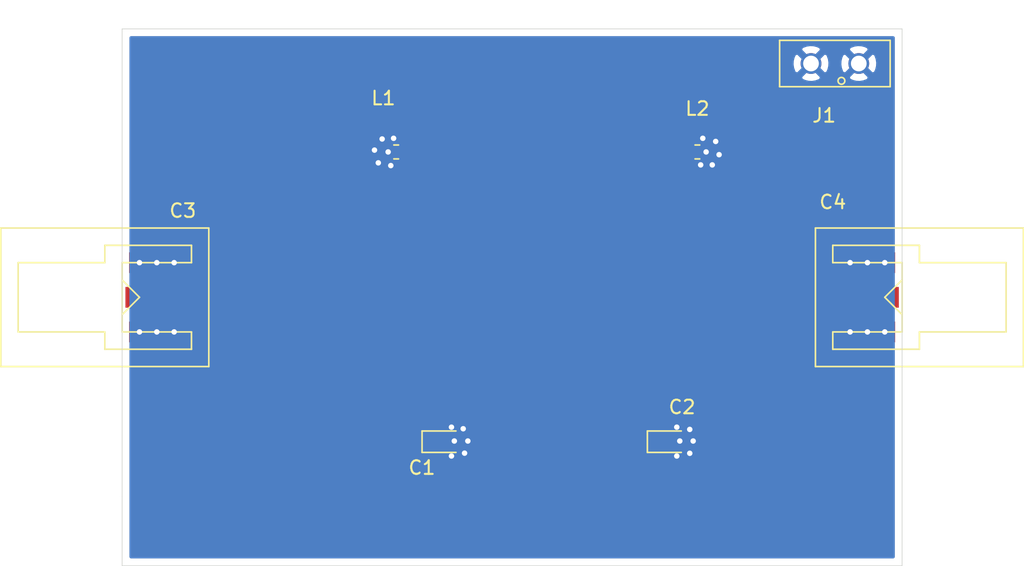
<source format=kicad_pcb>
(kicad_pcb (version 20171130) (host pcbnew 5.1.2-f72e74a~84~ubuntu18.04.1)

  (general
    (thickness 1.6)
    (drawings 5)
    (tracks 87)
    (zones 0)
    (modules 7)
    (nets 3)
  )

  (page A4)
  (layers
    (0 F.Cu signal)
    (31 B.Cu signal)
    (32 B.Adhes user)
    (33 F.Adhes user)
    (34 B.Paste user)
    (35 F.Paste user)
    (36 B.SilkS user)
    (37 F.SilkS user)
    (38 B.Mask user)
    (39 F.Mask user)
    (40 Dwgs.User user)
    (41 Cmts.User user)
    (42 Eco1.User user)
    (43 Eco2.User user)
    (44 Edge.Cuts user)
    (45 Margin user)
    (46 B.CrtYd user)
    (47 F.CrtYd user)
    (48 B.Fab user)
    (49 F.Fab user)
  )

  (setup
    (last_trace_width 0.25)
    (trace_clearance 0.2)
    (zone_clearance 0.508)
    (zone_45_only no)
    (trace_min 0.2)
    (via_size 0.8)
    (via_drill 0.4)
    (via_min_size 0.4)
    (via_min_drill 0.3)
    (uvia_size 0.3)
    (uvia_drill 0.1)
    (uvias_allowed no)
    (uvia_min_size 0.2)
    (uvia_min_drill 0.1)
    (edge_width 0.05)
    (segment_width 0.2)
    (pcb_text_width 0.3)
    (pcb_text_size 1.5 1.5)
    (mod_edge_width 0.12)
    (mod_text_size 1 1)
    (mod_text_width 0.15)
    (pad_size 0.85 1.05)
    (pad_drill 0)
    (pad_to_mask_clearance 0.051)
    (solder_mask_min_width 0.25)
    (aux_axis_origin 0 0)
    (visible_elements FFFFFF7F)
    (pcbplotparams
      (layerselection 0x010fc_ffffffff)
      (usegerberextensions false)
      (usegerberattributes false)
      (usegerberadvancedattributes false)
      (creategerberjobfile false)
      (excludeedgelayer true)
      (linewidth 0.100000)
      (plotframeref false)
      (viasonmask false)
      (mode 1)
      (useauxorigin false)
      (hpglpennumber 1)
      (hpglpenspeed 20)
      (hpglpendiameter 15.000000)
      (psnegative false)
      (psa4output false)
      (plotreference true)
      (plotvalue true)
      (plotinvisibletext false)
      (padsonsilk false)
      (subtractmaskfromsilk false)
      (outputformat 1)
      (mirror false)
      (drillshape 0)
      (scaleselection 1)
      (outputdirectory "filtre_base_ger_drill/"))
  )

  (net 0 "")
  (net 1 GND)
  (net 2 "Net-(C1-Pad1)")

  (net_class Default "This is the default net class."
    (clearance 0.2)
    (trace_width 0.25)
    (via_dia 0.8)
    (via_drill 0.4)
    (uvia_dia 0.3)
    (uvia_drill 0.1)
    (add_net GND)
    (add_net "Net-(C1-Pad1)")
  )

  (module borniers:PRT-08084 (layer F.Cu) (tedit 5D01074F) (tstamp 5D26EE68)
    (at 159.385 112.395)
    (path /5D2782A0)
    (fp_text reference J1 (at -2.54 -1.27) (layer F.SilkS)
      (effects (font (size 1 1) (thickness 0.15)))
    )
    (fp_text value Bullshit_driver (at -2.54 -8.89) (layer F.Fab)
      (effects (font (size 1 1) (thickness 0.15)))
    )
    (fp_circle (center -1.27 -3.81) (end -1.02 -3.81) (layer F.SilkS) (width 0.12))
    (fp_line (start 2.3 -3.38) (end -5.8 -3.38) (layer F.SilkS) (width 0.12))
    (fp_line (start -5.8 -6.78) (end 2.3 -6.78) (layer F.SilkS) (width 0.12))
    (fp_line (start 2.3 -3.38) (end 2.3 -6.78) (layer F.SilkS) (width 0.12))
    (fp_line (start -5.8 -3.38) (end -5.8 -6.78) (layer F.SilkS) (width 0.12))
    (pad 2 thru_hole circle (at 0 -5.08) (size 1.524 1.524) (drill 1.15) (layers *.Cu *.Mask)
      (net 1 GND))
    (pad 1 thru_hole circle (at -3.5 -5.08) (size 1.524 1.524) (drill 1.15) (layers *.Cu *.Mask)
      (net 1 GND))
  )

  (module Inductor_SMD:L_0603_1608Metric_Pad1.05x0.95mm_HandSolder (layer F.Cu) (tedit 5D230F77) (tstamp 5D230509)
    (at 147.56 113.8 180)
    (descr "Capacitor SMD 0603 (1608 Metric), square (rectangular) end terminal, IPC_7351 nominal with elongated pad for handsoldering. (Body size source: http://www.tortai-tech.com/upload/download/2011102023233369053.pdf), generated with kicad-footprint-generator")
    (tags "inductor handsolder")
    (path /5D23179D)
    (attr smd)
    (fp_text reference L2 (at 0 3.175) (layer F.SilkS)
      (effects (font (size 1 1) (thickness 0.15)))
    )
    (fp_text value 1u (at -2.2 2.54) (layer F.Fab)
      (effects (font (size 1 1) (thickness 0.15)))
    )
    (fp_text user %R (at 0 0) (layer F.Fab)
      (effects (font (size 0.4 0.4) (thickness 0.06)))
    )
    (fp_line (start 1.65 0.73) (end -1.65 0.73) (layer F.CrtYd) (width 0.05))
    (fp_line (start 1.65 -0.73) (end 1.65 0.73) (layer F.CrtYd) (width 0.05))
    (fp_line (start -1.65 -0.73) (end 1.65 -0.73) (layer F.CrtYd) (width 0.05))
    (fp_line (start -1.65 0.73) (end -1.65 -0.73) (layer F.CrtYd) (width 0.05))
    (fp_line (start -0.171267 0.51) (end 0.171267 0.51) (layer F.SilkS) (width 0.12))
    (fp_line (start -0.171267 -0.51) (end 0.171267 -0.51) (layer F.SilkS) (width 0.12))
    (fp_line (start 0.8 0.4) (end -0.8 0.4) (layer F.Fab) (width 0.1))
    (fp_line (start 0.8 -0.4) (end 0.8 0.4) (layer F.Fab) (width 0.1))
    (fp_line (start -0.8 -0.4) (end 0.8 -0.4) (layer F.Fab) (width 0.1))
    (fp_line (start -0.8 0.4) (end -0.8 -0.4) (layer F.Fab) (width 0.1))
    (pad 2 smd roundrect (at 0.76 0 180) (size 0.85 0.95) (layers F.Cu F.Paste F.Mask) (roundrect_rratio 0.25)
      (net 2 "Net-(C1-Pad1)"))
    (pad 1 smd roundrect (at -0.64 0 180) (size 0.85 0.95) (layers F.Cu F.Paste F.Mask) (roundrect_rratio 0.25)
      (net 1 GND))
    (model ${KISYS3DMOD}/Inductor_SMD.3dshapes/L_0603_1608Metric.wrl
      (at (xyz 0 0 0))
      (scale (xyz 1 1 1))
      (rotate (xyz 0 0 0))
    )
  )

  (module Inductor_SMD:L_0603_1608Metric_Pad1.05x0.95mm_HandSolder (layer F.Cu) (tedit 5D230C7C) (tstamp 5D2304F8)
    (at 125.49 113.8)
    (descr "Capacitor SMD 0603 (1608 Metric), square (rectangular) end terminal, IPC_7351 nominal with elongated pad for handsoldering. (Body size source: http://www.tortai-tech.com/upload/download/2011102023233369053.pdf), generated with kicad-footprint-generator")
    (tags "inductor handsolder")
    (path /5D2313E9)
    (attr smd)
    (fp_text reference L1 (at -0.94 -3.945) (layer F.SilkS)
      (effects (font (size 1 1) (thickness 0.15)))
    )
    (fp_text value 1u (at 0.875 -3.945) (layer F.Fab)
      (effects (font (size 1 1) (thickness 0.15)))
    )
    (fp_text user %R (at 0 0) (layer F.Fab)
      (effects (font (size 0.4 0.4) (thickness 0.06)))
    )
    (fp_line (start 1.65 0.73) (end -1.65 0.73) (layer F.CrtYd) (width 0.05))
    (fp_line (start 1.65 -0.73) (end 1.65 0.73) (layer F.CrtYd) (width 0.05))
    (fp_line (start -1.65 -0.73) (end 1.65 -0.73) (layer F.CrtYd) (width 0.05))
    (fp_line (start -1.65 0.73) (end -1.65 -0.73) (layer F.CrtYd) (width 0.05))
    (fp_line (start -0.171267 0.51) (end 0.171267 0.51) (layer F.SilkS) (width 0.12))
    (fp_line (start -0.171267 -0.51) (end 0.171267 -0.51) (layer F.SilkS) (width 0.12))
    (fp_line (start 0.8 0.4) (end -0.8 0.4) (layer F.Fab) (width 0.1))
    (fp_line (start 0.8 -0.4) (end 0.8 0.4) (layer F.Fab) (width 0.1))
    (fp_line (start -0.8 -0.4) (end 0.8 -0.4) (layer F.Fab) (width 0.1))
    (fp_line (start -0.8 0.4) (end -0.8 -0.4) (layer F.Fab) (width 0.1))
    (pad 2 smd roundrect (at 0.875 0) (size 0.85 0.95) (layers F.Cu F.Paste F.Mask) (roundrect_rratio 0.25)
      (net 2 "Net-(C1-Pad1)"))
    (pad 1 smd roundrect (at -0.59 0) (size 0.85 0.95) (layers F.Cu F.Paste F.Mask) (roundrect_rratio 0.25)
      (net 1 GND))
    (model ${KISYS3DMOD}/Inductor_SMD.3dshapes/L_0603_1608Metric.wrl
      (at (xyz 0 0 0))
      (scale (xyz 1 1 1))
      (rotate (xyz 0 0 0))
    )
  )

  (module Capacitor_Tantalum_SMD:CP_EIA-1608-08_AVX-J_Pad1.25x1.05mm_HandSolder (layer F.Cu) (tedit 5D2311CB) (tstamp 5D230487)
    (at 145.58 135.05)
    (descr "Tantalum Capacitor SMD AVX-J (1608-08 Metric), IPC_7351 nominal, (Body size from: https://www.vishay.com/docs/48064/_t58_vmn_pt0471_1601.pdf), generated with kicad-footprint-generator")
    (tags "capacitor tantalum")
    (path /5D231001)
    (attr smd)
    (fp_text reference C2 (at 0.855 -2.54) (layer F.SilkS)
      (effects (font (size 1 1) (thickness 0.15)))
    )
    (fp_text value 1u (at -1.05 -2.54) (layer F.Fab)
      (effects (font (size 1 1) (thickness 0.15)))
    )
    (fp_text user %R (at 0 0) (layer F.Fab)
      (effects (font (size 0.4 0.4) (thickness 0.06)))
    )
    (fp_line (start 1.68 0.78) (end -1.68 0.78) (layer F.CrtYd) (width 0.05))
    (fp_line (start 1.68 -0.78) (end 1.68 0.78) (layer F.CrtYd) (width 0.05))
    (fp_line (start -1.68 -0.78) (end 1.68 -0.78) (layer F.CrtYd) (width 0.05))
    (fp_line (start -1.68 0.78) (end -1.68 -0.78) (layer F.CrtYd) (width 0.05))
    (fp_line (start -1.685 0.785) (end 0.8 0.785) (layer F.SilkS) (width 0.12))
    (fp_line (start -1.685 -0.785) (end -1.685 0.785) (layer F.SilkS) (width 0.12))
    (fp_line (start 0.8 -0.785) (end -1.685 -0.785) (layer F.SilkS) (width 0.12))
    (fp_line (start 0.8 0.425) (end 0.8 -0.425) (layer F.Fab) (width 0.1))
    (fp_line (start -0.8 0.425) (end 0.8 0.425) (layer F.Fab) (width 0.1))
    (fp_line (start -0.8 -0.125) (end -0.8 0.425) (layer F.Fab) (width 0.1))
    (fp_line (start -0.5 -0.425) (end -0.8 -0.125) (layer F.Fab) (width 0.1))
    (fp_line (start 0.8 -0.425) (end -0.5 -0.425) (layer F.Fab) (width 0.1))
    (pad 2 smd roundrect (at 0.69 0) (size 0.85 1.05) (layers F.Cu F.Paste F.Mask) (roundrect_rratio 0.238)
      (net 1 GND))
    (pad 1 smd roundrect (at -0.75 0) (size 0.85 1.05) (layers F.Cu F.Paste F.Mask) (roundrect_rratio 0.238)
      (net 2 "Net-(C1-Pad1)"))
    (model ${KISYS3DMOD}/Capacitor_Tantalum_SMD.3dshapes/CP_EIA-1608-08_AVX-J.wrl
      (at (xyz 0 0 0))
      (scale (xyz 1 1 1))
      (rotate (xyz 0 0 0))
    )
  )

  (module Capacitor_Tantalum_SMD:CP_EIA-1608-08_AVX-J_Pad1.25x1.05mm_HandSolder (layer F.Cu) (tedit 5D231176) (tstamp 5D230474)
    (at 129.07 135.05)
    (descr "Tantalum Capacitor SMD AVX-J (1608-08 Metric), IPC_7351 nominal, (Body size from: https://www.vishay.com/docs/48064/_t58_vmn_pt0471_1601.pdf), generated with kicad-footprint-generator")
    (tags "capacitor tantalum")
    (path /5D230D97)
    (attr smd)
    (fp_text reference C1 (at -1.695 1.905) (layer F.SilkS)
      (effects (font (size 1 1) (thickness 0.15)))
    )
    (fp_text value 1u (at 0.21 2.54) (layer F.Fab)
      (effects (font (size 1 1) (thickness 0.15)))
    )
    (fp_text user %R (at 0 0) (layer F.Fab)
      (effects (font (size 0.4 0.4) (thickness 0.06)))
    )
    (fp_line (start 1.68 0.78) (end -1.68 0.78) (layer F.CrtYd) (width 0.05))
    (fp_line (start 1.68 -0.78) (end 1.68 0.78) (layer F.CrtYd) (width 0.05))
    (fp_line (start -1.68 -0.78) (end 1.68 -0.78) (layer F.CrtYd) (width 0.05))
    (fp_line (start -1.68 0.78) (end -1.68 -0.78) (layer F.CrtYd) (width 0.05))
    (fp_line (start -1.685 0.785) (end 0.8 0.785) (layer F.SilkS) (width 0.12))
    (fp_line (start -1.685 -0.785) (end -1.685 0.785) (layer F.SilkS) (width 0.12))
    (fp_line (start 0.8 -0.785) (end -1.685 -0.785) (layer F.SilkS) (width 0.12))
    (fp_line (start 0.8 0.425) (end 0.8 -0.425) (layer F.Fab) (width 0.1))
    (fp_line (start -0.8 0.425) (end 0.8 0.425) (layer F.Fab) (width 0.1))
    (fp_line (start -0.8 -0.125) (end -0.8 0.425) (layer F.Fab) (width 0.1))
    (fp_line (start -0.5 -0.425) (end -0.8 -0.125) (layer F.Fab) (width 0.1))
    (fp_line (start 0.8 -0.425) (end -0.5 -0.425) (layer F.Fab) (width 0.1))
    (pad 2 smd roundrect (at 0.68 0) (size 0.85 1.05) (layers F.Cu F.Paste F.Mask) (roundrect_rratio 0.238)
      (net 1 GND))
    (pad 1 smd roundrect (at -0.74 0) (size 0.85 1.05) (layers F.Cu F.Paste F.Mask) (roundrect_rratio 0.238)
      (net 2 "Net-(C1-Pad1)"))
    (model ${KISYS3DMOD}/Capacitor_Tantalum_SMD.3dshapes/CP_EIA-1608-08_AVX-J.wrl
      (at (xyz 0 0 0))
      (scale (xyz 1 1 1))
      (rotate (xyz 0 0 0))
    )
  )

  (module sma_custom:CONSMA003.062-G (layer F.Cu) (tedit 5D1F15C9) (tstamp 5D1F5DC1)
    (at 163.83 127)
    (path /5D2618D9)
    (fp_text reference C4 (at -6.35 -9.525) (layer F.SilkS)
      (effects (font (size 1 1) (thickness 0.15)))
    )
    (fp_text value sma_jack-custom_sma (at -8.255 -8.255) (layer F.Fab)
      (effects (font (size 1 1) (thickness 0.15)))
    )
    (fp_line (start -1.27 -1.27) (end -2.54 -2.54) (layer F.SilkS) (width 0.12))
    (fp_line (start -1.27 -3.81) (end -2.54 -2.54) (layer F.SilkS) (width 0.12))
    (fp_line (start -7.62 2.54) (end 7.62 2.54) (layer F.SilkS) (width 0.12))
    (fp_line (start 7.62 -7.62) (end -7.62 -7.62) (layer F.SilkS) (width 0.12))
    (fp_line (start -6.35 0) (end -6.35 1.27) (layer F.SilkS) (width 0.12))
    (fp_line (start -1.27 0) (end -6.35 0) (layer F.SilkS) (width 0.12))
    (fp_line (start -1.27 -5.08) (end -1.27 0) (layer F.SilkS) (width 0.12))
    (fp_line (start -6.35 -5.08) (end -1.27 -5.08) (layer F.SilkS) (width 0.12))
    (fp_line (start -6.35 -6.35) (end -6.35 -5.08) (layer F.SilkS) (width 0.12))
    (fp_line (start 6.35 -5.08) (end 6.35 0) (layer F.SilkS) (width 0.12))
    (fp_line (start 0 -5.08) (end 6.35 -5.08) (layer F.SilkS) (width 0.12))
    (fp_line (start 0 -6.35) (end 0 -5.08) (layer F.SilkS) (width 0.12))
    (fp_line (start 0 0) (end 6.35 0) (layer F.SilkS) (width 0.12))
    (fp_line (start 0 1.27) (end 0 0) (layer F.SilkS) (width 0.12))
    (fp_line (start 7.62 2.54) (end 7.62 -7.62) (layer F.SilkS) (width 0.12))
    (fp_line (start -7.62 -7.62) (end -7.62 2.54) (layer F.SilkS) (width 0.12))
    (fp_line (start 0 1.27) (end -6.35 1.27) (layer F.SilkS) (width 0.12))
    (fp_line (start -6.35 -6.35) (end 0 -6.35) (layer F.SilkS) (width 0.12))
    (pad 3 smd rect (at -3.81 0) (size 4.06 1.52) (layers F.Cu F.Paste F.Mask)
      (net 1 GND))
    (pad 2 smd rect (at -3.81 -5.08) (size 4.06 1.52) (layers F.Cu F.Paste F.Mask)
      (net 1 GND))
    (pad 1 smd rect (at -3.81 -2.54) (size 4.6 1.52) (layers F.Cu F.Paste F.Mask)
      (net 2 "Net-(C1-Pad1)"))
  )

  (module sma_custom:CONSMA003.062-G (layer F.Cu) (tedit 5D1F15C9) (tstamp 5D1F5DA8)
    (at 104.14 121.92 180)
    (path /5D260EE4)
    (fp_text reference C3 (at -5.715 3.81) (layer F.SilkS)
      (effects (font (size 1 1) (thickness 0.15)))
    )
    (fp_text value sma_jack-custom_sma (at -10.16 5.715) (layer F.Fab)
      (effects (font (size 1 1) (thickness 0.15)))
    )
    (fp_line (start -1.27 -1.27) (end -2.54 -2.54) (layer F.SilkS) (width 0.12))
    (fp_line (start -1.27 -3.81) (end -2.54 -2.54) (layer F.SilkS) (width 0.12))
    (fp_line (start -7.62 2.54) (end 7.62 2.54) (layer F.SilkS) (width 0.12))
    (fp_line (start 7.62 -7.62) (end -7.62 -7.62) (layer F.SilkS) (width 0.12))
    (fp_line (start -6.35 0) (end -6.35 1.27) (layer F.SilkS) (width 0.12))
    (fp_line (start -1.27 0) (end -6.35 0) (layer F.SilkS) (width 0.12))
    (fp_line (start -1.27 -5.08) (end -1.27 0) (layer F.SilkS) (width 0.12))
    (fp_line (start -6.35 -5.08) (end -1.27 -5.08) (layer F.SilkS) (width 0.12))
    (fp_line (start -6.35 -6.35) (end -6.35 -5.08) (layer F.SilkS) (width 0.12))
    (fp_line (start 6.35 -5.08) (end 6.35 0) (layer F.SilkS) (width 0.12))
    (fp_line (start 0 -5.08) (end 6.35 -5.08) (layer F.SilkS) (width 0.12))
    (fp_line (start 0 -6.35) (end 0 -5.08) (layer F.SilkS) (width 0.12))
    (fp_line (start 0 0) (end 6.35 0) (layer F.SilkS) (width 0.12))
    (fp_line (start 0 1.27) (end 0 0) (layer F.SilkS) (width 0.12))
    (fp_line (start 7.62 2.54) (end 7.62 -7.62) (layer F.SilkS) (width 0.12))
    (fp_line (start -7.62 -7.62) (end -7.62 2.54) (layer F.SilkS) (width 0.12))
    (fp_line (start 0 1.27) (end -6.35 1.27) (layer F.SilkS) (width 0.12))
    (fp_line (start -6.35 -6.35) (end 0 -6.35) (layer F.SilkS) (width 0.12))
    (pad 3 smd rect (at -3.81 0 180) (size 4.06 1.52) (layers F.Cu F.Paste F.Mask)
      (net 1 GND))
    (pad 2 smd rect (at -3.81 -5.08 180) (size 4.06 1.52) (layers F.Cu F.Paste F.Mask)
      (net 1 GND))
    (pad 1 smd rect (at -3.81 -2.54 180) (size 4.6 1.52) (layers F.Cu F.Paste F.Mask)
      (net 2 "Net-(C1-Pad1)"))
  )

  (gr_line (start 162.56 144.145) (end 105.41 144.145) (layer Edge.Cuts) (width 0.05))
  (gr_line (start 105.41 144.145) (end 105.41 139.065) (layer Edge.Cuts) (width 0.05) (tstamp 5D1F72DF))
  (gr_line (start 162.56 104.775) (end 162.56 144.145) (layer Edge.Cuts) (width 0.05))
  (gr_line (start 105.41 104.775) (end 162.56 104.775) (layer Edge.Cuts) (width 0.05))
  (gr_line (start 105.41 139.065) (end 105.41 104.775) (layer Edge.Cuts) (width 0.05))

  (via (at 146.27 135) (size 0.8) (drill 0.4) (layers F.Cu B.Cu) (net 1))
  (via (at 129.75 135) (size 0.8) (drill 0.4) (layers F.Cu B.Cu) (net 1))
  (via (at 148.2 113.8) (size 0.8) (drill 0.4) (layers F.Cu B.Cu) (net 1))
  (via (at 160.02 127) (size 0.8) (drill 0.4) (layers F.Cu B.Cu) (net 1))
  (via (at 161.29 127) (size 0.8) (drill 0.4) (layers F.Cu B.Cu) (net 1))
  (via (at 161.29 121.92) (size 0.8) (drill 0.4) (layers F.Cu B.Cu) (net 1))
  (via (at 160.02 121.92) (size 0.8) (drill 0.4) (layers F.Cu B.Cu) (net 1))
  (via (at 107.95 127) (size 0.8) (drill 0.4) (layers F.Cu B.Cu) (net 1))
  (via (at 106.68 127) (size 0.8) (drill 0.4) (layers F.Cu B.Cu) (net 1))
  (via (at 107.95 121.92) (size 0.8) (drill 0.4) (layers F.Cu B.Cu) (net 1))
  (via (at 106.68 121.92) (size 0.8) (drill 0.4) (layers F.Cu B.Cu) (net 1))
  (via (at 109.22 121.92) (size 0.8) (drill 0.4) (layers F.Cu B.Cu) (net 1))
  (via (at 109.22 127) (size 0.8) (drill 0.4) (layers F.Cu B.Cu) (net 1))
  (via (at 158.75 127) (size 0.8) (drill 0.4) (layers F.Cu B.Cu) (net 1))
  (via (at 158.75 121.92) (size 0.8) (drill 0.4) (layers F.Cu B.Cu) (net 1))
  (via (at 124.9 113.8) (size 0.8) (drill 0.4) (layers F.Cu B.Cu) (net 1))
  (via (at 125.095 114.8) (size 0.8) (drill 0.4) (layers F.Cu B.Cu) (net 1))
  (segment (start 125.095 113.995) (end 124.9 113.8) (width 0.25) (layer F.Cu) (net 1))
  (segment (start 125.095 114.8) (end 125.095 113.995) (width 0.25) (layer F.Cu) (net 1))
  (via (at 124.18 114.6) (size 0.8) (drill 0.4) (layers F.Cu B.Cu) (net 1))
  (segment (start 124.15 114.63) (end 124.15 114.55) (width 0.25) (layer F.Cu) (net 1))
  (segment (start 124.18 114.52) (end 124.9 113.8) (width 0.25) (layer F.Cu) (net 1))
  (segment (start 124.18 114.6) (end 124.18 114.52) (width 0.25) (layer F.Cu) (net 1))
  (via (at 123.9 113.665) (size 0.8) (drill 0.4) (layers F.Cu B.Cu) (net 1))
  (segment (start 124.765 113.665) (end 124.9 113.8) (width 0.25) (layer F.Cu) (net 1))
  (segment (start 123.9 113.665) (end 124.765 113.665) (width 0.25) (layer F.Cu) (net 1))
  (via (at 124.46 112.85) (size 0.8) (drill 0.4) (layers F.Cu B.Cu) (net 1))
  (segment (start 124.46 113.36) (end 124.9 113.8) (width 0.25) (layer F.Cu) (net 1))
  (segment (start 124.46 112.85) (end 124.46 113.36) (width 0.25) (layer F.Cu) (net 1))
  (via (at 125.3 112.8) (size 0.8) (drill 0.4) (layers F.Cu B.Cu) (net 1))
  (segment (start 125.3 113.4) (end 124.9 113.8) (width 0.25) (layer F.Cu) (net 1))
  (segment (start 125.3 112.8) (end 125.3 113.4) (width 0.25) (layer F.Cu) (net 1))
  (via (at 147.955 112.8) (size 0.8) (drill 0.4) (layers F.Cu B.Cu) (net 1))
  (via (at 148.9 113.03) (size 0.8) (drill 0.4) (layers F.Cu B.Cu) (net 1))
  (via (at 149.15 114) (size 0.8) (drill 0.4) (layers F.Cu B.Cu) (net 1))
  (via (at 148.65 114.75) (size 0.8) (drill 0.4) (layers F.Cu B.Cu) (net 1))
  (segment (start 147.955 113.555) (end 148.2 113.8) (width 0.25) (layer F.Cu) (net 1))
  (segment (start 147.955 112.8) (end 147.955 113.555) (width 0.25) (layer F.Cu) (net 1))
  (segment (start 148.9 113.1) (end 148.2 113.8) (width 0.25) (layer F.Cu) (net 1))
  (segment (start 148.9 113.03) (end 148.9 113.1) (width 0.25) (layer F.Cu) (net 1))
  (segment (start 148.4 114) (end 148.2 113.8) (width 0.25) (layer F.Cu) (net 1))
  (segment (start 149.15 114) (end 148.4 114) (width 0.25) (layer F.Cu) (net 1))
  (segment (start 148.65 114.25) (end 148.2 113.8) (width 0.25) (layer F.Cu) (net 1))
  (segment (start 148.65 114.75) (end 148.65 114.25) (width 0.25) (layer F.Cu) (net 1))
  (via (at 147.8 114.75) (size 0.8) (drill 0.4) (layers F.Cu B.Cu) (net 1))
  (segment (start 147.8 114.2) (end 148.2 113.8) (width 0.25) (layer F.Cu) (net 1))
  (segment (start 147.8 114.75) (end 147.8 114.2) (width 0.25) (layer F.Cu) (net 1))
  (via (at 129.54 133.985) (size 0.8) (drill 0.4) (layers F.Cu B.Cu) (net 1))
  (via (at 130.4 134.1) (size 0.8) (drill 0.4) (layers F.Cu B.Cu) (net 1))
  (via (at 130.74 135) (size 0.8) (drill 0.4) (layers F.Cu B.Cu) (net 1))
  (via (at 130.5 135.89) (size 0.8) (drill 0.4) (layers F.Cu B.Cu) (net 1))
  (via (at 129.54 136.1) (size 0.8) (drill 0.4) (layers F.Cu B.Cu) (net 1))
  (segment (start 129.54 134.84) (end 129.75 135.05) (width 0.25) (layer F.Cu) (net 1))
  (segment (start 129.54 133.985) (end 129.54 134.84) (width 0.25) (layer F.Cu) (net 1))
  (segment (start 130.4 134.35) (end 129.75 135) (width 0.25) (layer F.Cu) (net 1))
  (segment (start 130.4 134.1) (end 130.4 134.35) (width 0.25) (layer F.Cu) (net 1))
  (segment (start 130.74 135) (end 129.75 135) (width 0.25) (layer F.Cu) (net 1))
  (segment (start 130.5 135.75) (end 129.75 135) (width 0.25) (layer F.Cu) (net 1))
  (segment (start 130.5 135.89) (end 130.5 135.75) (width 0.25) (layer F.Cu) (net 1))
  (segment (start 129.54 135.21) (end 129.75 135) (width 0.25) (layer F.Cu) (net 1))
  (segment (start 129.54 136.1) (end 129.54 135.21) (width 0.25) (layer F.Cu) (net 1))
  (via (at 146.05 133.985) (size 0.8) (drill 0.4) (layers F.Cu B.Cu) (net 1))
  (via (at 147 134.15) (size 0.8) (drill 0.4) (layers F.Cu B.Cu) (net 1))
  (via (at 147.25 135) (size 0.8) (drill 0.4) (layers F.Cu B.Cu) (net 1))
  (via (at 147 135.9) (size 0.8) (drill 0.4) (layers F.Cu B.Cu) (net 1))
  (via (at 146.05 136.1) (size 0.8) (drill 0.4) (layers F.Cu B.Cu) (net 1))
  (segment (start 146.05 134.78) (end 146.27 135) (width 0.25) (layer F.Cu) (net 1))
  (segment (start 146.05 133.985) (end 146.05 134.78) (width 0.25) (layer F.Cu) (net 1))
  (segment (start 147 134.32) (end 146.27 135.05) (width 0.25) (layer F.Cu) (net 1))
  (segment (start 147 134.15) (end 147 134.32) (width 0.25) (layer F.Cu) (net 1))
  (segment (start 147.25 135) (end 146.27 135) (width 0.25) (layer F.Cu) (net 1))
  (segment (start 146.05 135.22) (end 146.27 135) (width 0.25) (layer F.Cu) (net 1))
  (segment (start 146.05 136.1) (end 146.05 135.22) (width 0.25) (layer F.Cu) (net 1))
  (segment (start 147 135.73) (end 146.27 135) (width 0.25) (layer F.Cu) (net 1))
  (segment (start 147 135.9) (end 147 135.73) (width 0.25) (layer F.Cu) (net 1))
  (segment (start 144.78 134.62) (end 144.78 133.35) (width 1) (layer F.Cu) (net 2) (tstamp 5D230D51))
  (segment (start 144.78 133.35) (end 144.78 125.68) (width 1) (layer F.Cu) (net 2) (tstamp 5D230D4D))
  (segment (start 146.685 123.19) (end 146.685 114.25) (width 1) (layer F.Cu) (net 2) (tstamp 5D230C04))
  (segment (start 158.75 124.46) (end 156.21 124.46) (width 0.25) (layer F.Cu) (net 2))
  (segment (start 107.95 124.46) (end 120.65 124.46) (width 2.9) (layer F.Cu) (net 2))
  (segment (start 120.65 124.46) (end 123.19 124.46) (width 2.9) (layer F.Cu) (net 2))
  (segment (start 126.365 123.19) (end 126.365 114.25) (width 1) (layer F.Cu) (net 2))
  (segment (start 123.19 124.46) (end 158.75 124.46) (width 2.9) (layer F.Cu) (net 2))
  (segment (start 128.27 134.62) (end 128.27 133.35) (width 1) (layer F.Cu) (net 2) (tstamp 5D1F776D))
  (segment (start 128.27 133.35) (end 128.27 125.68) (width 1) (layer F.Cu) (net 2) (tstamp 5D1F7777))
  (segment (start 126.365 114.25) (end 126.315 114.3) (width 0.25) (layer F.Cu) (net 2))
  (segment (start 146.685 114.25) (end 146.735 114.3) (width 0.25) (layer F.Cu) (net 2))

  (zone (net 1) (net_name GND) (layer B.Cu) (tstamp 0) (hatch edge 0.508)
    (connect_pads (clearance 0.508))
    (min_thickness 0.254)
    (fill yes (arc_segments 32) (thermal_gap 0.508) (thermal_bridge_width 0.508))
    (polygon
      (pts
        (xy 105.41 104.775) (xy 162.56 104.775) (xy 162.56 144.145) (xy 105.41 144.145)
      )
    )
    (filled_polygon
      (pts
        (xy 161.900001 143.485) (xy 106.07 143.485) (xy 106.07 108.280565) (xy 155.09904 108.280565) (xy 155.16602 108.520656)
        (xy 155.415048 108.637756) (xy 155.682135 108.704023) (xy 155.957017 108.71691) (xy 156.229133 108.675922) (xy 156.488023 108.582636)
        (xy 156.60398 108.520656) (xy 156.67096 108.280565) (xy 158.59904 108.280565) (xy 158.66602 108.520656) (xy 158.915048 108.637756)
        (xy 159.182135 108.704023) (xy 159.457017 108.71691) (xy 159.729133 108.675922) (xy 159.988023 108.582636) (xy 160.10398 108.520656)
        (xy 160.17096 108.280565) (xy 159.385 107.494605) (xy 158.59904 108.280565) (xy 156.67096 108.280565) (xy 155.885 107.494605)
        (xy 155.09904 108.280565) (xy 106.07 108.280565) (xy 106.07 107.387017) (xy 154.48309 107.387017) (xy 154.524078 107.659133)
        (xy 154.617364 107.918023) (xy 154.679344 108.03398) (xy 154.919435 108.10096) (xy 155.705395 107.315) (xy 156.064605 107.315)
        (xy 156.850565 108.10096) (xy 157.090656 108.03398) (xy 157.207756 107.784952) (xy 157.274023 107.517865) (xy 157.280157 107.387017)
        (xy 157.98309 107.387017) (xy 158.024078 107.659133) (xy 158.117364 107.918023) (xy 158.179344 108.03398) (xy 158.419435 108.10096)
        (xy 159.205395 107.315) (xy 159.564605 107.315) (xy 160.350565 108.10096) (xy 160.590656 108.03398) (xy 160.707756 107.784952)
        (xy 160.774023 107.517865) (xy 160.78691 107.242983) (xy 160.745922 106.970867) (xy 160.652636 106.711977) (xy 160.590656 106.59602)
        (xy 160.350565 106.52904) (xy 159.564605 107.315) (xy 159.205395 107.315) (xy 158.419435 106.52904) (xy 158.179344 106.59602)
        (xy 158.062244 106.845048) (xy 157.995977 107.112135) (xy 157.98309 107.387017) (xy 157.280157 107.387017) (xy 157.28691 107.242983)
        (xy 157.245922 106.970867) (xy 157.152636 106.711977) (xy 157.090656 106.59602) (xy 156.850565 106.52904) (xy 156.064605 107.315)
        (xy 155.705395 107.315) (xy 154.919435 106.52904) (xy 154.679344 106.59602) (xy 154.562244 106.845048) (xy 154.495977 107.112135)
        (xy 154.48309 107.387017) (xy 106.07 107.387017) (xy 106.07 106.349435) (xy 155.09904 106.349435) (xy 155.885 107.135395)
        (xy 156.67096 106.349435) (xy 158.59904 106.349435) (xy 159.385 107.135395) (xy 160.17096 106.349435) (xy 160.10398 106.109344)
        (xy 159.854952 105.992244) (xy 159.587865 105.925977) (xy 159.312983 105.91309) (xy 159.040867 105.954078) (xy 158.781977 106.047364)
        (xy 158.66602 106.109344) (xy 158.59904 106.349435) (xy 156.67096 106.349435) (xy 156.60398 106.109344) (xy 156.354952 105.992244)
        (xy 156.087865 105.925977) (xy 155.812983 105.91309) (xy 155.540867 105.954078) (xy 155.281977 106.047364) (xy 155.16602 106.109344)
        (xy 155.09904 106.349435) (xy 106.07 106.349435) (xy 106.07 105.435) (xy 161.9 105.435)
      )
    )
  )
)

</source>
